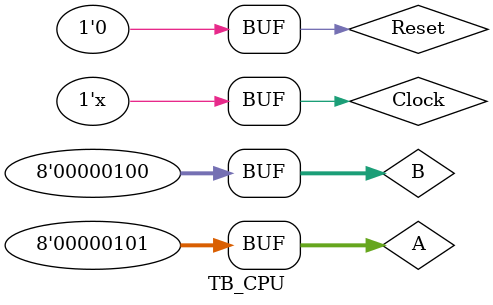
<source format=v>
`timescale 1ns / 1ps

module TB_CPU;

	// Inputs
	reg [7:0] A;
	reg [7:0] B;
	reg Reset;
	reg Clock;

	// Outputs
	wire Halt;
	wire [3:0] state;
	wire [3:0] IRout;
	wire [7:0] Output;

	// Instantiate the Unit Under Test (UUT)
	CompleteCPU uut (
		.A(A), 
		.B(B),  
		.Reset(Reset), 
		.Clock(Clock), 
		.Halt(Halt), 
		.state(state), 
		.IRout(IRout), 
		.Output(Output)
	);

	always begin
		#10 Clock = ~Clock;
	end

	initial begin
		// Initialize Inputs
		A = 0;
		B = 0;
		Reset = 1;
		Clock = 0;

		// Wait 100 ns for global reset to finish
		#100;
        
		// Add stimulus here

		A = 5;
		B = 4;
		Reset = 0;
		
		#100;

	end
      
endmodule


</source>
